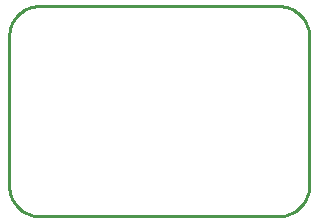
<source format=gbr>
G04 EAGLE Gerber RS-274X export*
G75*
%MOMM*%
%FSLAX34Y34*%
%LPD*%
%IN*%
%IPPOS*%
%AMOC8*
5,1,8,0,0,1.08239X$1,22.5*%
G01*
%ADD10C,0.254000*%


D10*
X-60960Y-120015D02*
X-60863Y-122229D01*
X-60574Y-124426D01*
X-60095Y-126589D01*
X-59428Y-128702D01*
X-58580Y-130750D01*
X-57557Y-132715D01*
X-56366Y-134584D01*
X-55018Y-136342D01*
X-53521Y-137976D01*
X-51887Y-139473D01*
X-50129Y-140821D01*
X-48260Y-142012D01*
X-46295Y-143035D01*
X-44247Y-143883D01*
X-42134Y-144550D01*
X-39971Y-145029D01*
X-37774Y-145318D01*
X-35560Y-145415D01*
X167640Y-145415D01*
X169854Y-145318D01*
X172051Y-145029D01*
X174214Y-144550D01*
X176327Y-143883D01*
X178375Y-143035D01*
X180340Y-142012D01*
X182209Y-140821D01*
X183967Y-139473D01*
X185601Y-137976D01*
X187098Y-136342D01*
X188446Y-134584D01*
X189637Y-132715D01*
X190660Y-130750D01*
X191508Y-128702D01*
X192175Y-126589D01*
X192654Y-124426D01*
X192943Y-122229D01*
X193040Y-120015D01*
X193040Y6985D01*
X192943Y9199D01*
X192654Y11396D01*
X192175Y13559D01*
X191508Y15672D01*
X190660Y17720D01*
X189637Y19685D01*
X188446Y21554D01*
X187098Y23312D01*
X185601Y24946D01*
X183967Y26443D01*
X182209Y27791D01*
X180340Y28982D01*
X178375Y30005D01*
X176327Y30853D01*
X174214Y31520D01*
X172051Y31999D01*
X169854Y32288D01*
X167640Y32385D01*
X-35560Y32385D01*
X-37774Y32288D01*
X-39971Y31999D01*
X-42134Y31520D01*
X-44247Y30853D01*
X-46295Y30005D01*
X-48260Y28982D01*
X-50129Y27791D01*
X-51887Y26443D01*
X-53521Y24946D01*
X-55018Y23312D01*
X-56366Y21554D01*
X-57557Y19685D01*
X-58580Y17720D01*
X-59428Y15672D01*
X-60095Y13559D01*
X-60574Y11396D01*
X-60863Y9199D01*
X-60960Y6985D01*
X-60960Y-120015D01*
M02*

</source>
